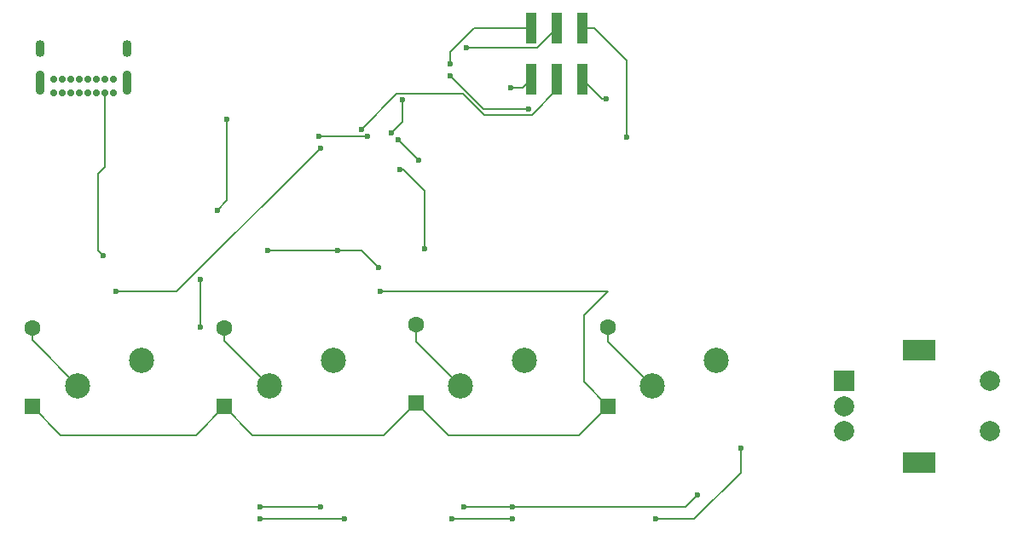
<source format=gtl>
%TF.GenerationSoftware,KiCad,Pcbnew,9.0.7*%
%TF.CreationDate,2026-02-17T21:12:57+08:00*%
%TF.ProjectId,3rd testing,33726420-7465-4737-9469-6e672e6b6963,rev?*%
%TF.SameCoordinates,Original*%
%TF.FileFunction,Copper,L1,Top*%
%TF.FilePolarity,Positive*%
%FSLAX46Y46*%
G04 Gerber Fmt 4.6, Leading zero omitted, Abs format (unit mm)*
G04 Created by KiCad (PCBNEW 9.0.7) date 2026-02-17 21:12:57*
%MOMM*%
%LPD*%
G01*
G04 APERTURE LIST*
%TA.AperFunction,ComponentPad*%
%ADD10C,2.500000*%
%TD*%
%TA.AperFunction,SMDPad,CuDef*%
%ADD11R,1.000000X3.150000*%
%TD*%
%TA.AperFunction,ComponentPad*%
%ADD12R,2.000000X2.000000*%
%TD*%
%TA.AperFunction,ComponentPad*%
%ADD13C,2.000000*%
%TD*%
%TA.AperFunction,ComponentPad*%
%ADD14R,3.200000X2.000000*%
%TD*%
%TA.AperFunction,ComponentPad*%
%ADD15R,1.600000X1.600000*%
%TD*%
%TA.AperFunction,ComponentPad*%
%ADD16C,1.600000*%
%TD*%
%TA.AperFunction,ComponentPad*%
%ADD17C,0.700000*%
%TD*%
%TA.AperFunction,ComponentPad*%
%ADD18O,0.900000X1.700000*%
%TD*%
%TA.AperFunction,ComponentPad*%
%ADD19O,0.900000X2.400000*%
%TD*%
%TA.AperFunction,ViaPad*%
%ADD20C,0.600000*%
%TD*%
%TA.AperFunction,Conductor*%
%ADD21C,0.200000*%
%TD*%
G04 APERTURE END LIST*
D10*
%TO.P,SW1,1,1*%
%TO.N,Net-(D1-A)*%
X73650000Y-82540000D03*
%TO.P,SW1,2,2*%
%TO.N,Col0*%
X80000000Y-80000000D03*
%TD*%
D11*
%TO.P,PROG1,1,Pin_1*%
%TO.N,Net-(PROG1-Pin_1)*%
X118664375Y-52045000D03*
%TO.P,PROG1,2,Pin_2*%
%TO.N,VCC*%
X118664375Y-46995000D03*
%TO.P,PROG1,3,Pin_3*%
%TO.N,Net-(PROG1-Pin_3)*%
X121204375Y-52045000D03*
%TO.P,PROG1,4,Pin_4*%
%TO.N,Net-(PROG1-Pin_4)*%
X121204375Y-46995000D03*
%TO.P,PROG1,5,Pin_5*%
%TO.N,Net-(PROG1-Pin_5)*%
X123744375Y-52045000D03*
%TO.P,PROG1,6,Pin_6*%
%TO.N,GND*%
X123744375Y-46995000D03*
%TD*%
D10*
%TO.P,SW2,1,1*%
%TO.N,Net-(D2-A)*%
X92650000Y-82540000D03*
%TO.P,SW2,2,2*%
%TO.N,Col1*%
X99000000Y-80000000D03*
%TD*%
D12*
%TO.P,SW6,A,A*%
%TO.N,Net-(U1-ICP1{slash}PD4)*%
X149685000Y-82055000D03*
D13*
%TO.P,SW6,B,B*%
%TO.N,Net-(U1-T1{slash}PD6)*%
X149685000Y-87055000D03*
%TO.P,SW6,C,C*%
%TO.N,GND*%
X149685000Y-84555000D03*
D14*
%TO.P,SW6,MP*%
%TO.N,N/C*%
X157185000Y-78955000D03*
X157185000Y-90155000D03*
D13*
%TO.P,SW6,S1,S1*%
%TO.N,Net-(U1-T0{slash}PD7)*%
X164185000Y-87055000D03*
%TO.P,SW6,S2,S2*%
%TO.N,GND*%
X164185000Y-82055000D03*
%TD*%
D10*
%TO.P,SW4,1,1*%
%TO.N,Net-(D4-A)*%
X130650000Y-82540000D03*
%TO.P,SW4,2,2*%
%TO.N,Col3*%
X137000000Y-80000000D03*
%TD*%
%TO.P,SW3,1,1*%
%TO.N,Net-(D3-A)*%
X111650000Y-82540000D03*
%TO.P,SW3,2,2*%
%TO.N,Col2*%
X118000000Y-80000000D03*
%TD*%
D15*
%TO.P,D4,1,K*%
%TO.N,Row0*%
X126275625Y-84536250D03*
D16*
%TO.P,D4,2,A*%
%TO.N,Net-(D4-A)*%
X126275625Y-76736250D03*
%TD*%
D15*
%TO.P,D2,1,K*%
%TO.N,Row0*%
X88175625Y-84601875D03*
D16*
%TO.P,D2,2,A*%
%TO.N,Net-(D2-A)*%
X88175625Y-76801875D03*
%TD*%
D17*
%TO.P,P1,A1,GND*%
%TO.N,GND*%
X71200625Y-53386250D03*
%TO.P,P1,A4,VBUS*%
%TO.N,VCC*%
X72050625Y-53386250D03*
%TO.P,P1,A5,CC*%
%TO.N,Net-(P1-CC)*%
X72900625Y-53386250D03*
%TO.P,P1,A6,D+*%
%TO.N,Net-(P1-D+)*%
X73750625Y-53386250D03*
%TO.P,P1,A7,D-*%
%TO.N,Net-(P1-D-)*%
X74600625Y-53386250D03*
%TO.P,P1,A8*%
%TO.N,N/C*%
X75450625Y-53386250D03*
%TO.P,P1,A9,VBUS*%
%TO.N,VCC*%
X76300625Y-53386250D03*
%TO.P,P1,A12,GND*%
%TO.N,GND*%
X77150625Y-53386250D03*
%TO.P,P1,B1,GND*%
X77150625Y-52036250D03*
%TO.P,P1,B4,VBUS*%
%TO.N,VCC*%
X76300625Y-52036250D03*
%TO.P,P1,B5,VCONN*%
%TO.N,unconnected-(P1-VCONN-PadB5)*%
X75450625Y-52036250D03*
%TO.P,P1,B6*%
%TO.N,N/C*%
X74600625Y-52036250D03*
%TO.P,P1,B7*%
X73750625Y-52036250D03*
%TO.P,P1,B8*%
X72900625Y-52036250D03*
%TO.P,P1,B9,VBUS*%
%TO.N,VCC*%
X72050625Y-52036250D03*
%TO.P,P1,B12,GND*%
%TO.N,GND*%
X71200625Y-52036250D03*
D18*
%TO.P,P1,S1,SHIELD*%
X69850625Y-49026250D03*
D19*
X69850625Y-52406250D03*
D18*
X78500625Y-49026250D03*
D19*
X78500625Y-52406250D03*
%TD*%
D15*
%TO.P,D1,1,K*%
%TO.N,Row0*%
X69125625Y-84601875D03*
D16*
%TO.P,D1,2,A*%
%TO.N,Net-(D1-A)*%
X69125625Y-76801875D03*
%TD*%
D15*
%TO.P,D3,1,K*%
%TO.N,Row0*%
X107225625Y-84217500D03*
D16*
%TO.P,D3,2,A*%
%TO.N,Net-(D3-A)*%
X107225625Y-76417500D03*
%TD*%
D20*
%TO.N,GND*%
X110647500Y-51742500D03*
X111988125Y-94605000D03*
X135175567Y-93414375D03*
X91747500Y-94605000D03*
X97700625Y-94605000D03*
X128150254Y-57813623D03*
X85794375Y-76745625D03*
X116750625Y-94605000D03*
X118408771Y-55028771D03*
X85794375Y-71983125D03*
%TO.N,Row0*%
X103653750Y-73173750D03*
%TO.N,VCC*%
X105885000Y-54123750D03*
X103503750Y-70792500D03*
X105460000Y-58080000D03*
X99460000Y-69080000D03*
X104769375Y-57389375D03*
X97589737Y-57734737D03*
X102396937Y-57734737D03*
X92460000Y-69080000D03*
X110647500Y-50551875D03*
X107460000Y-60080000D03*
X76119375Y-69601875D03*
%TO.N,Net-(P1-D+)*%
X87460000Y-65080000D03*
X88460000Y-56080000D03*
%TO.N,Net-(PROG1-Pin_5)*%
X105580000Y-61080000D03*
X108030000Y-68913623D03*
X126125625Y-54013623D03*
%TO.N,Net-(PROG1-Pin_1)*%
X116600625Y-52933125D03*
%TO.N,Net-(PROG1-Pin_4)*%
X112239125Y-48960250D03*
%TO.N,Net-(D5-DOUT)*%
X91747500Y-95795625D03*
X100081875Y-95795625D03*
%TO.N,Net-(PROG1-Pin_3)*%
X101795937Y-57022188D03*
%TO.N,Net-(D5-DIN)*%
X97700625Y-58886250D03*
X77460000Y-73173750D03*
%TO.N,Net-(D6-DOUT)*%
X116750625Y-95795625D03*
X110797500Y-95795625D03*
%TO.N,Net-(D7-DOUT)*%
X139461000Y-88740375D03*
X131038125Y-95795625D03*
%TD*%
D21*
%TO.N,GND*%
X97700625Y-94605000D02*
X91747500Y-94605000D01*
X124935000Y-46980000D02*
X124920000Y-46995000D01*
X111988125Y-94605000D02*
X116750625Y-94605000D01*
X135175567Y-93414375D02*
X133984942Y-94605000D01*
X124920000Y-46995000D02*
X123744375Y-46995000D01*
X113933771Y-55028771D02*
X118408771Y-55028771D01*
X128150254Y-50195254D02*
X128150254Y-57813623D01*
X85794375Y-76745625D02*
X85794375Y-71983125D01*
X110647500Y-51742500D02*
X113933771Y-55028771D01*
X124935000Y-46980000D02*
X128150254Y-50195254D01*
X133984942Y-94605000D02*
X116750625Y-94605000D01*
X118408771Y-55028771D02*
X118460000Y-55080000D01*
%TO.N,Net-(D1-A)*%
X69125625Y-78015625D02*
X69125625Y-76801875D01*
X73650000Y-82540000D02*
X69125625Y-78015625D01*
%TO.N,Row0*%
X123380875Y-87431000D02*
X110439125Y-87431000D01*
X123894375Y-82155000D02*
X123894375Y-75555000D01*
X126275625Y-84536250D02*
X123380875Y-87431000D01*
X104012125Y-87431000D02*
X107225625Y-84217500D01*
X110439125Y-87431000D02*
X107225625Y-84217500D01*
X88175625Y-84601875D02*
X91004750Y-87431000D01*
X69125625Y-84601875D02*
X71954750Y-87431000D01*
X85346500Y-87431000D02*
X88175625Y-84601875D01*
X91004750Y-87431000D02*
X104012125Y-87431000D01*
X71954750Y-87431000D02*
X85346500Y-87431000D01*
X126275625Y-73173750D02*
X103653750Y-73173750D01*
X126275625Y-84536250D02*
X123894375Y-82155000D01*
X123894375Y-75555000D02*
X126275625Y-73173750D01*
%TO.N,Net-(D2-A)*%
X88175625Y-76801875D02*
X88175625Y-78065625D01*
X88175625Y-78065625D02*
X92650000Y-82540000D01*
%TO.N,Net-(D3-A)*%
X107225625Y-78115625D02*
X111650000Y-82540000D01*
X107225625Y-76417500D02*
X107225625Y-78115625D01*
%TO.N,Net-(D4-A)*%
X126275625Y-76736250D02*
X126275625Y-78165625D01*
X126275625Y-78165625D02*
X130650000Y-82540000D01*
%TO.N,VCC*%
X75616026Y-69098526D02*
X76119375Y-69601875D01*
X110647500Y-49361250D02*
X110647500Y-50551875D01*
X102396937Y-57734737D02*
X97589737Y-57734737D01*
X104769375Y-57389375D02*
X105885000Y-56273750D01*
X99460000Y-69080000D02*
X101791250Y-69080000D01*
X101791250Y-69080000D02*
X103503750Y-70792500D01*
X75616026Y-61440000D02*
X75616026Y-69098526D01*
X92460000Y-69080000D02*
X99460000Y-69080000D01*
X113013750Y-46995000D02*
X110647500Y-49361250D01*
X105460000Y-58080000D02*
X107460000Y-60080000D01*
X76300625Y-60755401D02*
X76300625Y-53386250D01*
X105885000Y-56273750D02*
X105885000Y-54123750D01*
X75616026Y-61440000D02*
X76300625Y-60755401D01*
X118664375Y-46995000D02*
X113013750Y-46995000D01*
%TO.N,Net-(P1-D+)*%
X87460000Y-65080000D02*
X88460000Y-64080000D01*
X88460000Y-64080000D02*
X88460000Y-56080000D01*
%TO.N,Net-(PROG1-Pin_5)*%
X125712998Y-54013623D02*
X123744375Y-52045000D01*
X126125625Y-54013623D02*
X125712998Y-54013623D01*
X105580000Y-61080000D02*
X105912754Y-61080000D01*
X108030000Y-63197246D02*
X108030000Y-68913623D01*
X105912754Y-61080000D02*
X108030000Y-63197246D01*
%TO.N,Net-(PROG1-Pin_1)*%
X117776250Y-52933125D02*
X118664375Y-52045000D01*
X116600625Y-52933125D02*
X117776250Y-52933125D01*
%TO.N,Net-(PROG1-Pin_4)*%
X119239125Y-48960250D02*
X112239125Y-48960250D01*
X121204375Y-46995000D02*
X119239125Y-48960250D01*
%TO.N,Net-(D5-DOUT)*%
X91747500Y-95795625D02*
X100081875Y-95795625D01*
%TO.N,Net-(PROG1-Pin_3)*%
X121204375Y-53120000D02*
X121204375Y-52045000D01*
X118694604Y-55629771D02*
X121204375Y-53120000D01*
X105295375Y-53522750D02*
X111860650Y-53522750D01*
X113967671Y-55629771D02*
X118694604Y-55629771D01*
X101795937Y-57022188D02*
X105295375Y-53522750D01*
X111860650Y-53522750D02*
X113967671Y-55629771D01*
%TO.N,Net-(D5-DIN)*%
X77460000Y-73173750D02*
X83413125Y-73173750D01*
X83413125Y-73173750D02*
X97700625Y-58886250D01*
%TO.N,Net-(D6-DOUT)*%
X110797500Y-95795625D02*
X116750625Y-95795625D01*
%TO.N,Net-(D7-DOUT)*%
X134846375Y-95795625D02*
X139461000Y-91181000D01*
X131038125Y-95795625D02*
X134846375Y-95795625D01*
X139461000Y-91181000D02*
X139461000Y-88740375D01*
X139461000Y-88740375D02*
X139372500Y-88651875D01*
%TD*%
M02*

</source>
